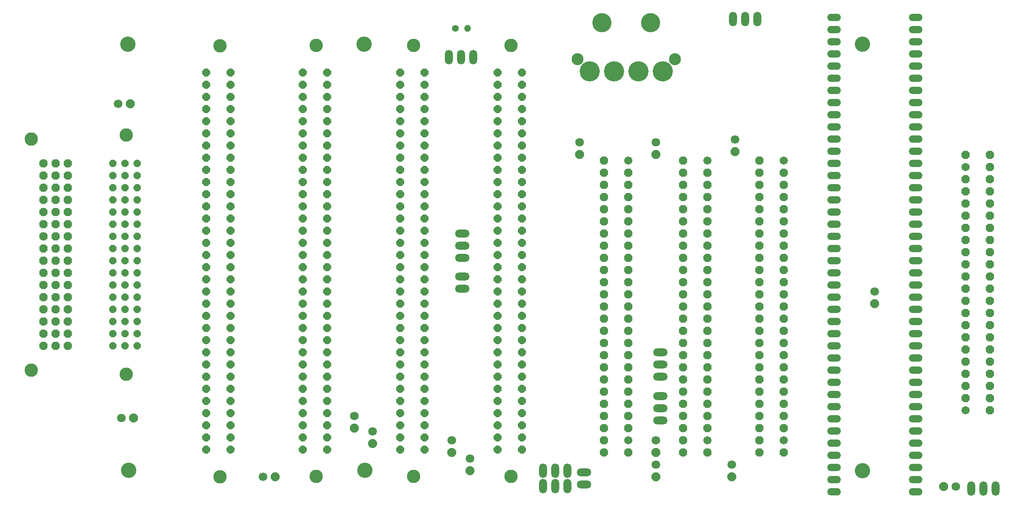
<source format=gbs>
%TF.GenerationSoftware,KiCad,Pcbnew,8.0.3*%
%TF.CreationDate,2024-06-16T17:33:32+02:00*%
%TF.ProjectId,csa_ultrabus_v2,6373615f-756c-4747-9261-6275735f7632,rev?*%
%TF.SameCoordinates,Original*%
%TF.FileFunction,Soldermask,Bot*%
%TF.FilePolarity,Negative*%
%FSLAX46Y46*%
G04 Gerber Fmt 4.6, Leading zero omitted, Abs format (unit mm)*
G04 Created by KiCad (PCBNEW 8.0.3) date 2024-06-16 17:33:32*
%MOMM*%
%LPD*%
G01*
G04 APERTURE LIST*
G04 Aperture macros list*
%AMFreePoly0*
4,1,25,0.391131,0.882296,0.403254,0.871942,0.871942,0.403254,0.900449,0.347306,0.901700,0.331412,0.901700,-0.331412,0.882296,-0.391131,0.871942,-0.403254,0.403254,-0.871942,0.347306,-0.900449,0.331412,-0.901700,-0.331412,-0.901700,-0.391131,-0.882296,-0.403254,-0.871942,-0.871942,-0.403254,-0.900449,-0.347306,-0.901700,-0.331412,-0.901700,0.331412,-0.882296,0.391131,-0.871942,0.403254,
-0.403254,0.871942,-0.347306,0.900449,-0.331412,0.901700,0.331412,0.901700,0.391131,0.882296,0.391131,0.882296,$1*%
%AMFreePoly1*
4,1,25,0.354308,0.793396,0.366431,0.783042,0.783042,0.366431,0.811549,0.310483,0.812800,0.294589,0.812800,-0.294589,0.793396,-0.354308,0.783042,-0.366431,0.366431,-0.783042,0.310483,-0.811549,0.294589,-0.812800,-0.294589,-0.812800,-0.354308,-0.793396,-0.366431,-0.783042,-0.783042,-0.366431,-0.811549,-0.310483,-0.812800,-0.294589,-0.812800,0.294589,-0.793396,0.354308,-0.783042,0.366431,
-0.366431,0.783042,-0.310483,0.811549,-0.294589,0.812800,0.294589,0.812800,0.354308,0.793396,0.354308,0.793396,$1*%
%AMFreePoly2*
4,1,25,0.372036,0.836196,0.384159,0.825842,0.825842,0.384159,0.854349,0.328211,0.855600,0.312317,0.855600,-0.312317,0.836196,-0.372036,0.825842,-0.384159,0.384159,-0.825842,0.328211,-0.854349,0.312317,-0.855600,-0.312317,-0.855600,-0.372036,-0.836196,-0.384159,-0.825842,-0.825842,-0.384159,-0.854349,-0.328211,-0.855600,-0.312317,-0.855600,0.312317,-0.836196,0.372036,-0.825842,0.384159,
-0.384159,0.825842,-0.328211,0.854349,-0.312317,0.855600,0.312317,0.855600,0.372036,0.836196,0.372036,0.836196,$1*%
%AMFreePoly3*
4,1,25,0.333266,0.742596,0.345389,0.732242,0.732242,0.345389,0.760749,0.289441,0.762000,0.273547,0.762000,-0.273547,0.742596,-0.333266,0.732242,-0.345389,0.345389,-0.732242,0.289441,-0.760749,0.273547,-0.762000,-0.273547,-0.762000,-0.333266,-0.742596,-0.345389,-0.732242,-0.732242,-0.345389,-0.760749,-0.289441,-0.762000,-0.273547,-0.762000,0.273547,-0.742596,0.333266,-0.732242,0.345389,
-0.345389,0.732242,-0.289441,0.760749,-0.273547,0.762000,0.273547,0.762000,0.333266,0.742596,0.333266,0.742596,$1*%
%AMFreePoly4*
4,1,25,0.375350,0.844196,0.387473,0.833842,0.833842,0.387473,0.862349,0.331525,0.863600,0.315631,0.863600,-0.315631,0.844196,-0.375350,0.833842,-0.387473,0.387473,-0.833842,0.331525,-0.862349,0.315631,-0.863600,-0.315631,-0.863600,-0.375350,-0.844196,-0.387473,-0.833842,-0.833842,-0.387473,-0.862349,-0.331525,-0.863600,-0.315631,-0.863600,0.315631,-0.844196,0.375350,-0.833842,0.387473,
-0.387473,0.833842,-0.331525,0.862349,-0.315631,0.863600,0.315631,0.863600,0.375350,0.844196,0.375350,0.844196,$1*%
G04 Aperture macros list end*
%ADD10C,1.803400*%
%ADD11FreePoly0,270.000000*%
%ADD12O,3.048000X1.625600*%
%ADD13C,2.794000*%
%ADD14FreePoly1,180.000000*%
%ADD15O,1.625600X3.048000*%
%ADD16C,3.200000*%
%ADD17FreePoly0,0.000000*%
%ADD18FreePoly0,180.000000*%
%ADD19FreePoly2,270.000000*%
%ADD20C,1.711200*%
%ADD21O,2.844800X1.524000*%
%ADD22FreePoly3,180.000000*%
%ADD23FreePoly4,180.000000*%
%ADD24FreePoly2,90.000000*%
%ADD25C,1.400000*%
%ADD26O,1.400000X1.400000*%
%ADD27C,2.500000*%
%ADD28C,4.000000*%
%ADD29C,4.203200*%
G04 APERTURE END LIST*
D10*
X127267850Y-142422612D03*
D11*
X127267850Y-144962612D03*
D10*
X185687850Y-147502612D03*
D11*
X185687850Y-150042612D03*
D12*
X154890350Y-149090112D03*
X154890350Y-151630112D03*
D13*
X139637650Y-149966412D03*
X139637650Y-59948812D03*
D14*
X141872850Y-144327612D03*
X141872850Y-141787612D03*
X141872850Y-139247612D03*
X141872850Y-136707612D03*
X141872850Y-134167612D03*
X141872850Y-131627612D03*
X141872850Y-129087612D03*
X141872850Y-126547612D03*
X141872850Y-124007612D03*
X141872850Y-121467612D03*
X141872850Y-118927612D03*
X141872850Y-116387612D03*
X141872850Y-113847612D03*
X141872850Y-111307612D03*
X141872850Y-108767612D03*
X141872850Y-106227612D03*
X141872850Y-103687612D03*
X141872850Y-101147612D03*
X141872850Y-98607612D03*
X141872850Y-96067612D03*
X141872850Y-93527612D03*
X141872850Y-90987612D03*
X141872850Y-88447612D03*
X141872850Y-85907612D03*
X141872850Y-83367612D03*
X141872850Y-80827612D03*
X141872850Y-78287612D03*
X141872850Y-75747612D03*
X141872850Y-73207612D03*
X141872850Y-70667612D03*
X141872850Y-68127612D03*
X141872850Y-65587612D03*
X136792850Y-144327612D03*
X136792850Y-141787612D03*
X136792850Y-139247612D03*
X136792850Y-136707612D03*
X136792850Y-134167612D03*
X136792850Y-131627612D03*
X136792850Y-129087612D03*
X136792850Y-126547612D03*
X136792850Y-124007612D03*
X136792850Y-121467612D03*
X136792850Y-118927612D03*
X136792850Y-116387612D03*
X136792850Y-113847612D03*
X136792850Y-111307612D03*
X136792850Y-108767612D03*
X136792850Y-106227612D03*
X136792850Y-103687612D03*
X136792850Y-101147612D03*
X136792850Y-98607612D03*
X136792850Y-96067612D03*
X136792850Y-93527612D03*
X136792850Y-90987612D03*
X136792850Y-88447612D03*
X136792850Y-85907612D03*
X136792850Y-83367612D03*
X136792850Y-80827612D03*
X136792850Y-78287612D03*
X136792850Y-75747612D03*
X136792850Y-73207612D03*
X136792850Y-70667612D03*
X136792850Y-68127612D03*
X136792850Y-65587612D03*
D15*
X146317850Y-151947612D03*
X148857850Y-151947612D03*
X151397850Y-151947612D03*
D16*
X109093000Y-148717000D03*
D10*
X58293000Y-137795000D03*
D17*
X60833000Y-137795000D03*
D10*
X232410000Y-152044400D03*
D18*
X229870000Y-152044400D03*
D10*
X87897850Y-150042612D03*
D17*
X90437850Y-150042612D03*
D10*
X57658000Y-72136000D03*
D17*
X60198000Y-72136000D03*
D19*
X175527850Y-84002612D03*
X175527850Y-86542612D03*
X175527850Y-89082612D03*
X175527850Y-91622612D03*
X175527850Y-94162612D03*
X175527850Y-96702612D03*
X175527850Y-99242612D03*
X175527850Y-101782612D03*
X175527850Y-104322612D03*
X175527850Y-106862612D03*
X175527850Y-109402612D03*
X175527850Y-111942612D03*
X175527850Y-114482612D03*
X175527850Y-117022612D03*
X175527850Y-119562612D03*
X175527850Y-122102612D03*
X175527850Y-124642612D03*
X175527850Y-127182612D03*
X175527850Y-129722612D03*
X175527850Y-132262612D03*
X175527850Y-134802612D03*
X175527850Y-137342612D03*
X175527850Y-139882612D03*
X175527850Y-142422612D03*
X175527850Y-144962612D03*
D20*
X180607850Y-84002612D03*
D19*
X180607850Y-86542612D03*
X180607850Y-89082612D03*
X180607850Y-91622612D03*
X180607850Y-94162612D03*
X180607850Y-96702612D03*
X180607850Y-99242612D03*
X180607850Y-101782612D03*
X180607850Y-104322612D03*
X180607850Y-106862612D03*
X180607850Y-109402612D03*
X180607850Y-111942612D03*
X180607850Y-114482612D03*
X180607850Y-117022612D03*
X180607850Y-119562612D03*
X180607850Y-122102612D03*
X180607850Y-124642612D03*
X180607850Y-127182612D03*
X180607850Y-129722612D03*
X180607850Y-132262612D03*
X180607850Y-134802612D03*
X180607850Y-137342612D03*
X180607850Y-139882612D03*
D20*
X180607850Y-142422612D03*
D19*
X180607850Y-144962612D03*
D21*
X207010000Y-153138237D03*
X207010000Y-150598237D03*
X207010000Y-148058237D03*
X207010000Y-145518237D03*
X207010000Y-142978237D03*
X207010000Y-140438237D03*
X207010000Y-137898237D03*
X207010000Y-135358237D03*
X207010000Y-132818237D03*
X207010000Y-130278237D03*
X207010000Y-127738237D03*
X207010000Y-125198237D03*
X207010000Y-122658237D03*
X207010000Y-120118237D03*
X207010000Y-117578237D03*
X207010000Y-115038237D03*
X207010000Y-112498237D03*
X207010000Y-109958237D03*
X207010000Y-107418237D03*
X207010000Y-104878237D03*
X207010000Y-102338237D03*
X207010000Y-99798237D03*
X207010000Y-97258237D03*
X207010000Y-94718237D03*
X207010000Y-92178237D03*
X207010000Y-89638237D03*
X207010000Y-87098237D03*
X207010000Y-84558237D03*
X207010000Y-82018237D03*
X207010000Y-79478237D03*
X207010000Y-76938237D03*
X207010000Y-74398237D03*
X207010000Y-71858237D03*
X207010000Y-69318237D03*
X207010000Y-66778237D03*
X207010000Y-64238237D03*
X207010000Y-61698237D03*
X207010000Y-59158237D03*
X207010000Y-56618237D03*
X207010000Y-54078237D03*
D19*
X159017850Y-84002612D03*
X159017850Y-86542612D03*
X159017850Y-89082612D03*
X159017850Y-91622612D03*
X159017850Y-94162612D03*
X159017850Y-96702612D03*
X159017850Y-99242612D03*
X159017850Y-101782612D03*
X159017850Y-104322612D03*
X159017850Y-106862612D03*
X159017850Y-109402612D03*
X159017850Y-111942612D03*
X159017850Y-114482612D03*
X159017850Y-117022612D03*
X159017850Y-119562612D03*
X159017850Y-122102612D03*
X159017850Y-124642612D03*
X159017850Y-127182612D03*
X159017850Y-129722612D03*
X159017850Y-132262612D03*
X159017850Y-134802612D03*
X159017850Y-137342612D03*
X159017850Y-139882612D03*
X159017850Y-142422612D03*
X159017850Y-144962612D03*
D20*
X164097850Y-84002612D03*
D19*
X164097850Y-86542612D03*
X164097850Y-89082612D03*
X164097850Y-91622612D03*
X164097850Y-94162612D03*
X164097850Y-96702612D03*
X164097850Y-99242612D03*
X164097850Y-101782612D03*
X164097850Y-104322612D03*
X164097850Y-106862612D03*
X164097850Y-109402612D03*
X164097850Y-111942612D03*
X164097850Y-114482612D03*
X164097850Y-117022612D03*
X164097850Y-119562612D03*
X164097850Y-122102612D03*
X164097850Y-124642612D03*
X164097850Y-127182612D03*
X164097850Y-129722612D03*
X164097850Y-132262612D03*
X164097850Y-134802612D03*
X164097850Y-137342612D03*
X164097850Y-139882612D03*
D20*
X164097850Y-142422612D03*
D19*
X164097850Y-144962612D03*
D16*
X59844431Y-148651722D03*
X59682659Y-59653449D03*
D13*
X59359800Y-128632000D03*
X59359800Y-78632000D03*
D22*
X61595000Y-122682000D03*
X61595000Y-120142000D03*
X61595000Y-117602000D03*
X61595000Y-115062000D03*
X61595000Y-112522000D03*
X61595000Y-109982000D03*
X61595000Y-107442000D03*
X61595000Y-104902000D03*
X61595000Y-102362000D03*
X61595000Y-99822000D03*
X61595000Y-97282000D03*
X61595000Y-94742000D03*
X61595000Y-92202000D03*
X61595000Y-89662000D03*
X61595000Y-87122000D03*
X61595000Y-84582000D03*
X59055000Y-122682000D03*
X59055000Y-120142000D03*
X59055000Y-117602000D03*
X59055000Y-115062000D03*
X59055000Y-112522000D03*
X59055000Y-109982000D03*
X59055000Y-107442000D03*
X59055000Y-104902000D03*
X59055000Y-102362000D03*
X59055000Y-99822000D03*
X59055000Y-97282000D03*
X59055000Y-94742000D03*
X59055000Y-92202000D03*
X59055000Y-89662000D03*
X59055000Y-87122000D03*
X59055000Y-84582000D03*
X56515000Y-122682000D03*
X56515000Y-120142000D03*
X56515000Y-117602000D03*
X56515000Y-115062000D03*
X56515000Y-112522000D03*
X56515000Y-109982000D03*
X56515000Y-107442000D03*
X56515000Y-104902000D03*
X56515000Y-102362000D03*
X56515000Y-99822000D03*
X56515000Y-97282000D03*
X56515000Y-94742000D03*
X56515000Y-92202000D03*
X56515000Y-89662000D03*
X56515000Y-87122000D03*
X56515000Y-84582000D03*
D16*
X108966000Y-59690000D03*
D12*
X170765350Y-129087612D03*
X170765350Y-126547612D03*
X170765350Y-124007612D03*
X129490350Y-104322612D03*
X129490350Y-101782612D03*
X129490350Y-99242612D03*
D19*
X191402850Y-84002612D03*
X191402850Y-86542612D03*
X191402850Y-89082612D03*
X191402850Y-91622612D03*
X191402850Y-94162612D03*
X191402850Y-96702612D03*
X191402850Y-99242612D03*
X191402850Y-101782612D03*
X191402850Y-104322612D03*
X191402850Y-106862612D03*
X191402850Y-109402612D03*
X191402850Y-111942612D03*
X191402850Y-114482612D03*
X191402850Y-117022612D03*
X191402850Y-119562612D03*
X191402850Y-122102612D03*
X191402850Y-124642612D03*
X191402850Y-127182612D03*
X191402850Y-129722612D03*
X191402850Y-132262612D03*
X191402850Y-134802612D03*
X191402850Y-137342612D03*
X191402850Y-139882612D03*
X191402850Y-142422612D03*
X191402850Y-144962612D03*
D20*
X196482850Y-84002612D03*
D19*
X196482850Y-86542612D03*
X196482850Y-89082612D03*
X196482850Y-91622612D03*
X196482850Y-94162612D03*
X196482850Y-96702612D03*
X196482850Y-99242612D03*
X196482850Y-101782612D03*
X196482850Y-104322612D03*
X196482850Y-106862612D03*
X196482850Y-109402612D03*
X196482850Y-111942612D03*
X196482850Y-114482612D03*
X196482850Y-117022612D03*
X196482850Y-119562612D03*
X196482850Y-122102612D03*
X196482850Y-124642612D03*
X196482850Y-127182612D03*
X196482850Y-129722612D03*
X196482850Y-132262612D03*
X196482850Y-134802612D03*
X196482850Y-137342612D03*
X196482850Y-139882612D03*
D20*
X196482850Y-142422612D03*
D19*
X196482850Y-144962612D03*
D10*
X131077850Y-146232612D03*
D11*
X131077850Y-148772612D03*
D13*
X119317650Y-149966412D03*
X119317650Y-59948812D03*
D14*
X121552850Y-144327612D03*
X121552850Y-141787612D03*
X121552850Y-139247612D03*
X121552850Y-136707612D03*
X121552850Y-134167612D03*
X121552850Y-131627612D03*
X121552850Y-129087612D03*
X121552850Y-126547612D03*
X121552850Y-124007612D03*
X121552850Y-121467612D03*
X121552850Y-118927612D03*
X121552850Y-116387612D03*
X121552850Y-113847612D03*
X121552850Y-111307612D03*
X121552850Y-108767612D03*
X121552850Y-106227612D03*
X121552850Y-103687612D03*
X121552850Y-101147612D03*
X121552850Y-98607612D03*
X121552850Y-96067612D03*
X121552850Y-93527612D03*
X121552850Y-90987612D03*
X121552850Y-88447612D03*
X121552850Y-85907612D03*
X121552850Y-83367612D03*
X121552850Y-80827612D03*
X121552850Y-78287612D03*
X121552850Y-75747612D03*
X121552850Y-73207612D03*
X121552850Y-70667612D03*
X121552850Y-68127612D03*
X121552850Y-65587612D03*
X116472850Y-144327612D03*
X116472850Y-141787612D03*
X116472850Y-139247612D03*
X116472850Y-136707612D03*
X116472850Y-134167612D03*
X116472850Y-131627612D03*
X116472850Y-129087612D03*
X116472850Y-126547612D03*
X116472850Y-124007612D03*
X116472850Y-121467612D03*
X116472850Y-118927612D03*
X116472850Y-116387612D03*
X116472850Y-113847612D03*
X116472850Y-111307612D03*
X116472850Y-108767612D03*
X116472850Y-106227612D03*
X116472850Y-103687612D03*
X116472850Y-101147612D03*
X116472850Y-98607612D03*
X116472850Y-96067612D03*
X116472850Y-93527612D03*
X116472850Y-90987612D03*
X116472850Y-88447612D03*
X116472850Y-85907612D03*
X116472850Y-83367612D03*
X116472850Y-80827612D03*
X116472850Y-78287612D03*
X116472850Y-75747612D03*
X116472850Y-73207612D03*
X116472850Y-70667612D03*
X116472850Y-68127612D03*
X116472850Y-65587612D03*
D10*
X215503125Y-111307612D03*
D11*
X215503125Y-113847612D03*
D10*
X169812850Y-142422612D03*
D11*
X169812850Y-144962612D03*
D13*
X39497000Y-127762000D03*
X39497000Y-79502000D03*
D23*
X42037000Y-122682000D03*
X42037000Y-120142000D03*
X42037000Y-117602000D03*
X42037000Y-115062000D03*
X42037000Y-112522000D03*
X42037000Y-109982000D03*
X42037000Y-107442000D03*
X42037000Y-104902000D03*
X42037000Y-102362000D03*
X42037000Y-99822000D03*
X42037000Y-97282000D03*
X42037000Y-94742000D03*
X42037000Y-92202000D03*
X42037000Y-89662000D03*
X42037000Y-87122000D03*
X42037000Y-84582000D03*
X44577000Y-122682000D03*
X44577000Y-120142000D03*
X44577000Y-117602000D03*
X44577000Y-115062000D03*
X44577000Y-112522000D03*
X44577000Y-109982000D03*
X44577000Y-107442000D03*
X44577000Y-104902000D03*
X44577000Y-102362000D03*
X44577000Y-99822000D03*
X44577000Y-97282000D03*
X44577000Y-94742000D03*
X44577000Y-92202000D03*
X44577000Y-89662000D03*
X44577000Y-87122000D03*
X44577000Y-84582000D03*
X47117000Y-122682000D03*
X47117000Y-120142000D03*
X47117000Y-117602000D03*
X47117000Y-115062000D03*
X47117000Y-112522000D03*
X47117000Y-109982000D03*
X47117000Y-107442000D03*
X47117000Y-104902000D03*
X47117000Y-102362000D03*
X47117000Y-99822000D03*
X47117000Y-97282000D03*
X47117000Y-94742000D03*
X47117000Y-92202000D03*
X47117000Y-89662000D03*
X47117000Y-87122000D03*
X47117000Y-84582000D03*
D16*
X212963125Y-148772612D03*
D13*
X98997650Y-149966412D03*
X98997650Y-59948812D03*
D14*
X101232850Y-144327612D03*
X101232850Y-141787612D03*
X101232850Y-139247612D03*
X101232850Y-136707612D03*
X101232850Y-134167612D03*
X101232850Y-131627612D03*
X101232850Y-129087612D03*
X101232850Y-126547612D03*
X101232850Y-124007612D03*
X101232850Y-121467612D03*
X101232850Y-118927612D03*
X101232850Y-116387612D03*
X101232850Y-113847612D03*
X101232850Y-111307612D03*
X101232850Y-108767612D03*
X101232850Y-106227612D03*
X101232850Y-103687612D03*
X101232850Y-101147612D03*
X101232850Y-98607612D03*
X101232850Y-96067612D03*
X101232850Y-93527612D03*
X101232850Y-90987612D03*
X101232850Y-88447612D03*
X101232850Y-85907612D03*
X101232850Y-83367612D03*
X101232850Y-80827612D03*
X101232850Y-78287612D03*
X101232850Y-75747612D03*
X101232850Y-73207612D03*
X101232850Y-70667612D03*
X101232850Y-68127612D03*
X101232850Y-65587612D03*
X96152850Y-144327612D03*
X96152850Y-141787612D03*
X96152850Y-139247612D03*
X96152850Y-136707612D03*
X96152850Y-134167612D03*
X96152850Y-131627612D03*
X96152850Y-129087612D03*
X96152850Y-126547612D03*
X96152850Y-124007612D03*
X96152850Y-121467612D03*
X96152850Y-118927612D03*
X96152850Y-116387612D03*
X96152850Y-113847612D03*
X96152850Y-111307612D03*
X96152850Y-108767612D03*
X96152850Y-106227612D03*
X96152850Y-103687612D03*
X96152850Y-101147612D03*
X96152850Y-98607612D03*
X96152850Y-96067612D03*
X96152850Y-93527612D03*
X96152850Y-90987612D03*
X96152850Y-88447612D03*
X96152850Y-85907612D03*
X96152850Y-83367612D03*
X96152850Y-80827612D03*
X96152850Y-78287612D03*
X96152850Y-75747612D03*
X96152850Y-73207612D03*
X96152850Y-70667612D03*
X96152850Y-68127612D03*
X96152850Y-65587612D03*
D15*
X185928000Y-54483000D03*
X188468000Y-54483000D03*
X191008000Y-54483000D03*
D12*
X170765350Y-133215112D03*
X170765350Y-135755112D03*
X170765350Y-138295112D03*
D13*
X78892400Y-150012400D03*
X78892400Y-59994800D03*
D14*
X81127600Y-144373600D03*
X81127600Y-141833600D03*
X81127600Y-139293600D03*
X81127600Y-136753600D03*
X81127600Y-134213600D03*
X81127600Y-131673600D03*
X81127600Y-129133600D03*
X81127600Y-126593600D03*
X81127600Y-124053600D03*
X81127600Y-121513600D03*
X81127600Y-118973600D03*
X81127600Y-116433600D03*
X81127600Y-113893600D03*
X81127600Y-111353600D03*
X81127600Y-108813600D03*
X81127600Y-106273600D03*
X81127600Y-103733600D03*
X81127600Y-101193600D03*
X81127600Y-98653600D03*
X81127600Y-96113600D03*
X81127600Y-93573600D03*
X81127600Y-91033600D03*
X81127600Y-88493600D03*
X81127600Y-85953600D03*
X81127600Y-83413600D03*
X81127600Y-80873600D03*
X81127600Y-78333600D03*
X81127600Y-75793600D03*
X81127600Y-73253600D03*
X81127600Y-70713600D03*
X81127600Y-68173600D03*
X81127600Y-65633600D03*
X76047600Y-144373600D03*
X76047600Y-141833600D03*
X76047600Y-139293600D03*
X76047600Y-136753600D03*
X76047600Y-134213600D03*
X76047600Y-131673600D03*
X76047600Y-129133600D03*
X76047600Y-126593600D03*
X76047600Y-124053600D03*
X76047600Y-121513600D03*
X76047600Y-118973600D03*
X76047600Y-116433600D03*
X76047600Y-113893600D03*
X76047600Y-111353600D03*
X76047600Y-108813600D03*
X76047600Y-106273600D03*
X76047600Y-103733600D03*
X76047600Y-101193600D03*
X76047600Y-98653600D03*
X76047600Y-96113600D03*
X76047600Y-93573600D03*
X76047600Y-91033600D03*
X76047600Y-88493600D03*
X76047600Y-85953600D03*
X76047600Y-83413600D03*
X76047600Y-80873600D03*
X76047600Y-78333600D03*
X76047600Y-75793600D03*
X76047600Y-73253600D03*
X76047600Y-70713600D03*
X76047600Y-68173600D03*
X76047600Y-65633600D03*
D15*
X126632850Y-62412612D03*
X129172850Y-62412612D03*
X131712850Y-62412612D03*
D10*
X153937850Y-80192612D03*
D11*
X153937850Y-82732612D03*
D10*
X110757850Y-140517612D03*
D11*
X110757850Y-143057612D03*
D16*
X212949275Y-59690000D03*
D10*
X169812850Y-147502612D03*
D11*
X169812850Y-150042612D03*
D24*
X239506125Y-136175750D03*
X239506125Y-133635750D03*
X239506125Y-131095750D03*
X239506125Y-128555750D03*
X239506125Y-126015750D03*
X239506125Y-123475750D03*
X239506125Y-120935750D03*
X239506125Y-118395750D03*
X239506125Y-115855750D03*
X239506125Y-113315750D03*
X239506125Y-110775750D03*
X239506125Y-108235750D03*
X239506125Y-105695750D03*
X239506125Y-103155750D03*
X239506125Y-100615750D03*
X239506125Y-98075750D03*
X239506125Y-95535750D03*
X239506125Y-92995750D03*
X239506125Y-90455750D03*
X239506125Y-87915750D03*
X239506125Y-85375750D03*
X239506125Y-82835750D03*
D20*
X234426125Y-136175750D03*
D24*
X234426125Y-133635750D03*
X234426125Y-131095750D03*
X234426125Y-128555750D03*
X234426125Y-126015750D03*
X234426125Y-123475750D03*
X234426125Y-120935750D03*
X234426125Y-118395750D03*
X234426125Y-115855750D03*
X234426125Y-113315750D03*
X234426125Y-110775750D03*
X234426125Y-108235750D03*
X234426125Y-105695750D03*
X234426125Y-103155750D03*
X234426125Y-100615750D03*
X234426125Y-98075750D03*
X234426125Y-95535750D03*
X234426125Y-92995750D03*
X234426125Y-90455750D03*
X234426125Y-87915750D03*
D20*
X234426125Y-85375750D03*
D24*
X234426125Y-82835750D03*
D10*
X106947850Y-137342612D03*
D11*
X106947850Y-139882612D03*
D15*
X235661200Y-152501600D03*
X238201200Y-152501600D03*
X240741200Y-152501600D03*
D21*
X224028000Y-153162000D03*
X224028000Y-150622000D03*
X224028000Y-148082000D03*
X224028000Y-145542000D03*
X224028000Y-143002000D03*
X224028000Y-140462000D03*
X224028000Y-137922000D03*
X224028000Y-135382000D03*
X224028000Y-132842000D03*
X224028000Y-130302000D03*
X224028000Y-127762000D03*
X224028000Y-125222000D03*
X224028000Y-122682000D03*
X224028000Y-120142000D03*
X224028000Y-117602000D03*
X224028000Y-115062000D03*
X224028000Y-112522000D03*
X224028000Y-109982000D03*
X224028000Y-107442000D03*
X224028000Y-104902000D03*
X224028000Y-102362000D03*
X224028000Y-99822000D03*
X224028000Y-97282000D03*
X224028000Y-94742000D03*
X224028000Y-92202000D03*
X224028000Y-89662000D03*
X224028000Y-87122000D03*
X224028000Y-84582000D03*
X224028000Y-82042000D03*
X224028000Y-79502000D03*
X224028000Y-76962000D03*
X224028000Y-74422000D03*
X224028000Y-71882000D03*
X224028000Y-69342000D03*
X224028000Y-66802000D03*
X224028000Y-64262000D03*
X224028000Y-61722000D03*
X224028000Y-59182000D03*
X224028000Y-56642000D03*
X224028000Y-54102000D03*
D25*
X128016000Y-56388000D03*
D26*
X130556000Y-56388000D03*
D10*
X186322850Y-79557612D03*
D11*
X186322850Y-82097612D03*
D15*
X146317850Y-148772612D03*
X148857850Y-148772612D03*
X151397850Y-148772612D03*
D27*
X173777450Y-62807761D03*
D28*
X168697450Y-55187761D03*
X158537450Y-55187761D03*
D27*
X153457450Y-62807761D03*
D29*
X171237450Y-65347761D03*
X166157450Y-65347761D03*
X161077450Y-65347761D03*
X155997450Y-65347761D03*
D12*
X129490350Y-110751987D03*
X129490350Y-108211987D03*
D10*
X169812850Y-80192612D03*
D11*
X169812850Y-82732612D03*
M02*

</source>
